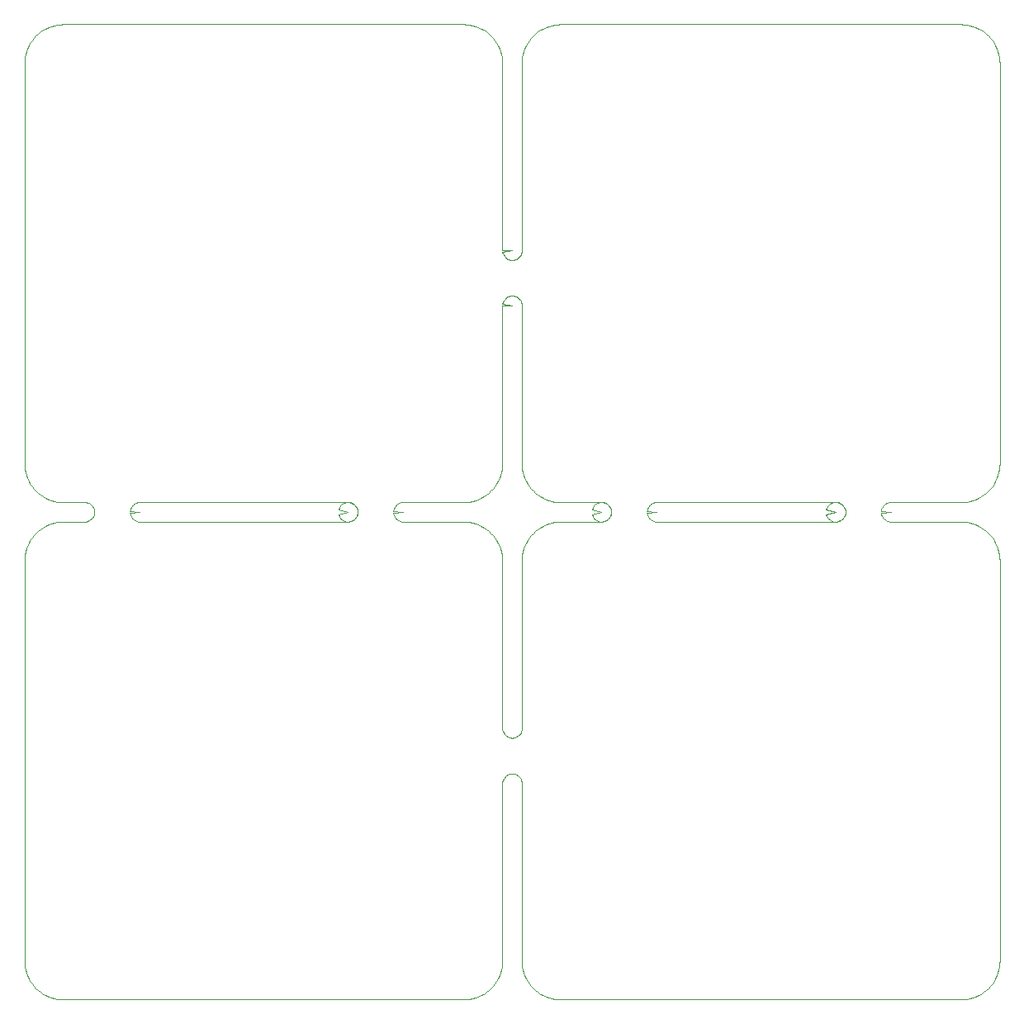
<source format=gko>
%MOIN*%
%OFA0B0*%
%FSLAX36Y36*%
%IPPOS*%
%LPD*%
%ADD10C,0*%
D10*
X002552300Y001929133D02*
X002552300Y001929133D01*
X002549211Y001929255D01*
X002546141Y001929618D01*
X002543109Y001930221D01*
X002540134Y001931060D01*
X002537234Y001932130D01*
X002534426Y001933424D01*
X002531729Y001934935D01*
X002529159Y001936652D01*
X002526731Y001938566D01*
X002524461Y001940665D01*
X002522363Y001942935D01*
X002520449Y001945362D01*
X002518731Y001947933D01*
X002517221Y001950630D01*
X002515927Y001953437D01*
X002514857Y001956337D01*
X002514018Y001959313D01*
X002513414Y001962345D01*
X002513051Y001965414D01*
X002552300Y001968503D01*
X002513051Y001971592D01*
X002513414Y001974662D01*
X002514018Y001977694D01*
X002514857Y001980669D01*
X002515927Y001983570D01*
X002517221Y001986377D01*
X002518731Y001989074D01*
X002520449Y001991645D01*
X002522363Y001994072D01*
X002524461Y001996342D01*
X002526731Y001998441D01*
X002529159Y002000354D01*
X002531729Y002002072D01*
X002534426Y002003582D01*
X002537234Y002004877D01*
X002540134Y002005947D01*
X002543109Y002006786D01*
X002546141Y002007389D01*
X002549211Y002007752D01*
X002552300Y002007874D01*
X003274471Y002007874D01*
X003283662Y002006786D01*
X003292345Y002003582D01*
X003300040Y001998441D01*
X003306322Y001991645D01*
X003310844Y001983570D01*
X003313356Y001974662D01*
X003313720Y001965414D01*
X003311914Y001956337D01*
X003308039Y001947933D01*
X003302310Y001940665D01*
X003295042Y001934935D01*
X003286637Y001931060D01*
X003277560Y001929255D01*
X003268312Y001929618D01*
X003259405Y001932130D01*
X003251330Y001936652D01*
X003244534Y001942935D01*
X003239392Y001950630D01*
X003236189Y001959313D01*
X003274471Y001968503D01*
X003236189Y001977694D01*
X003239392Y001986377D01*
X003244534Y001994072D01*
X003251330Y002000354D01*
X003259405Y002004877D01*
X003268312Y002007389D01*
X003277560Y002007752D01*
X003286637Y002005947D01*
X003295042Y002002072D01*
X003302310Y001996342D01*
X003308039Y001989074D01*
X003311914Y001980669D01*
X003313720Y001971592D01*
X003313356Y001962345D01*
X003310844Y001953437D01*
X003306322Y001945362D01*
X003300040Y001938566D01*
X003292345Y001933424D01*
X003283662Y001930221D01*
X003274471Y001929133D01*
X002552300Y001929133D01*
X002329589Y002007874D02*
X002329589Y002007874D01*
X002338780Y002006786D01*
X002347463Y002003582D01*
X002355158Y001998441D01*
X002361440Y001991645D01*
X002365962Y001983570D01*
X002368474Y001974662D01*
X002368838Y001965414D01*
X002367032Y001956337D01*
X002363157Y001947933D01*
X002357428Y001940665D01*
X002350160Y001934935D01*
X002341755Y001931060D01*
X002332678Y001929255D01*
X002323430Y001929618D01*
X002314523Y001932130D01*
X002306448Y001936652D01*
X002299652Y001942935D01*
X002294510Y001950630D01*
X002291307Y001959313D01*
X002329589Y001968503D01*
X002291307Y001977694D01*
X002294510Y001986377D01*
X002299652Y001994072D01*
X002306448Y002000354D01*
X002314523Y002004877D01*
X002323430Y002007389D01*
X002332678Y002007752D01*
X002341755Y002005947D01*
X002350160Y002002072D01*
X002357428Y001996342D01*
X002363157Y001989074D01*
X002367032Y001980669D01*
X002368838Y001971592D01*
X002368474Y001962345D01*
X002365962Y001953437D01*
X002361440Y001945362D01*
X002355158Y001938566D01*
X002347463Y001933424D01*
X002338780Y001930221D01*
X002329589Y001929133D01*
X002165354Y001929133D01*
X002152998Y001928648D01*
X002140718Y001927195D01*
X002128590Y001924782D01*
X002116690Y001921426D01*
X002105088Y001917146D01*
X002093859Y001911969D01*
X002083070Y001905927D01*
X002072789Y001899057D01*
X002063078Y001891402D01*
X002053998Y001883009D01*
X002045605Y001873929D01*
X002037950Y001864218D01*
X002031079Y001853937D01*
X002025038Y001843148D01*
X002019861Y001831918D01*
X002015581Y001820317D01*
X002012225Y001808416D01*
X002009812Y001796288D01*
X002008359Y001784009D01*
X002007874Y001771653D01*
X002007874Y001095607D01*
X002007874Y001095607D01*
X002007389Y001089448D01*
X002005947Y001083441D01*
X002003582Y001077733D01*
X002000354Y001072466D01*
X001996342Y001067768D01*
X001991645Y001063756D01*
X001986377Y001060528D01*
X001980669Y001058164D01*
X001974662Y001056721D01*
X001968503Y001056237D01*
X001962345Y001056721D01*
X001956337Y001058164D01*
X001950630Y001060528D01*
X001945362Y001063756D01*
X001940665Y001067768D01*
X001936652Y001072466D01*
X001933424Y001077733D01*
X001931060Y001083441D01*
X001929618Y001089448D01*
X001929133Y001095607D01*
X001929133Y001771653D01*
X001928648Y001784009D01*
X001927194Y001796288D01*
X001924782Y001808416D01*
X001921425Y001820317D01*
X001917146Y001831918D01*
X001911969Y001843148D01*
X001905927Y001853937D01*
X001899057Y001864218D01*
X001891402Y001873929D01*
X001883008Y001883009D01*
X001873928Y001891402D01*
X001864218Y001899057D01*
X001853936Y001905927D01*
X001843148Y001911969D01*
X001831918Y001917146D01*
X001820317Y001921426D01*
X001808416Y001924782D01*
X001796288Y001927195D01*
X001784009Y001928648D01*
X001771653Y001929133D01*
X001528678Y001929133D01*
X001525589Y001929255D01*
X001522519Y001929618D01*
X001519487Y001930221D01*
X001516512Y001931060D01*
X001513611Y001932130D01*
X001510804Y001933424D01*
X001508107Y001934935D01*
X001505537Y001936652D01*
X001503109Y001938566D01*
X001500839Y001940665D01*
X001498740Y001942935D01*
X001496827Y001945362D01*
X001495109Y001947933D01*
X001493599Y001950630D01*
X001492305Y001953437D01*
X001491235Y001956337D01*
X001490395Y001959313D01*
X001489792Y001962345D01*
X001489429Y001965414D01*
X001528678Y001968503D01*
X001489429Y001971592D01*
X001489792Y001974662D01*
X001490395Y001977694D01*
X001491235Y001980669D01*
X001492305Y001983570D01*
X001493599Y001986377D01*
X001495109Y001989074D01*
X001496827Y001991645D01*
X001498740Y001994072D01*
X001500839Y001996342D01*
X001503109Y001998441D01*
X001505537Y002000354D01*
X001508107Y002002072D01*
X001510804Y002003582D01*
X001513611Y002004877D01*
X001516512Y002005947D01*
X001519487Y002006786D01*
X001522519Y002007389D01*
X001525589Y002007752D01*
X001528678Y002007874D01*
X001771653Y002007874D01*
X001784009Y002008359D01*
X001796288Y002009813D01*
X001808416Y002012225D01*
X001820317Y002015581D01*
X001831918Y002019861D01*
X001843148Y002025038D01*
X001853936Y002031080D01*
X001864218Y002037950D01*
X001873928Y002045605D01*
X001883008Y002053999D01*
X001891402Y002063079D01*
X001899057Y002072789D01*
X001905927Y002083071D01*
X001911969Y002093859D01*
X001917146Y002105089D01*
X001921425Y002116690D01*
X001924782Y002128591D01*
X001927194Y002140719D01*
X001928648Y002152998D01*
X001929133Y002165354D01*
X001929133Y002802030D01*
X001968503Y002802030D01*
X001929618Y002808189D01*
X001931060Y002814196D01*
X001933424Y002819904D01*
X001936652Y002825171D01*
X001940665Y002829869D01*
X001945362Y002833881D01*
X001950630Y002837109D01*
X001956337Y002839473D01*
X001962345Y002840915D01*
X001968503Y002841400D01*
X001974662Y002840915D01*
X001980669Y002839473D01*
X001986377Y002837109D01*
X001991645Y002833881D01*
X001996342Y002829869D01*
X002000354Y002825171D01*
X002003582Y002819904D01*
X002005947Y002814196D01*
X002007389Y002808189D01*
X002007874Y002802030D01*
X002007874Y002165354D01*
X002008359Y002152998D01*
X002009812Y002140719D01*
X002012225Y002128591D01*
X002015581Y002116690D01*
X002019861Y002105089D01*
X002025038Y002093859D01*
X002031079Y002083071D01*
X002037950Y002072789D01*
X002045605Y002063079D01*
X002053998Y002053999D01*
X002063078Y002045605D01*
X002072789Y002037950D01*
X002083070Y002031080D01*
X002093859Y002025038D01*
X002105088Y002019861D01*
X002116690Y002015581D01*
X002128590Y002012225D01*
X002140718Y002009813D01*
X002152998Y002008359D01*
X002165354Y002007874D01*
X002329589Y002007874D01*
X000465686Y001929133D02*
X000465686Y001929133D01*
X000462597Y001929255D01*
X000459527Y001929618D01*
X000456495Y001930221D01*
X000453520Y001931060D01*
X000450619Y001932130D01*
X000447812Y001933424D01*
X000445115Y001934935D01*
X000442544Y001936652D01*
X000440117Y001938566D01*
X000437847Y001940665D01*
X000435748Y001942935D01*
X000433835Y001945362D01*
X000432117Y001947933D01*
X000430607Y001950630D01*
X000429312Y001953437D01*
X000428242Y001956337D01*
X000427403Y001959313D01*
X000426800Y001962345D01*
X000426437Y001965414D01*
X000465686Y001968503D01*
X000426437Y001971592D01*
X000426800Y001974662D01*
X000427403Y001977694D01*
X000428242Y001980669D01*
X000429312Y001983570D01*
X000430607Y001986377D01*
X000432117Y001989074D01*
X000433835Y001991645D01*
X000435748Y001994072D01*
X000437847Y001996342D01*
X000440117Y001998441D01*
X000442544Y002000354D01*
X000445115Y002002072D01*
X000447812Y002003582D01*
X000450619Y002004877D01*
X000453520Y002005947D01*
X000456495Y002006786D01*
X000459527Y002007389D01*
X000462597Y002007752D01*
X000465686Y002007874D01*
X001305967Y002007874D01*
X001315158Y002006786D01*
X001323841Y002003582D01*
X001331536Y001998441D01*
X001337818Y001991645D01*
X001342340Y001983570D01*
X001344852Y001974662D01*
X001345216Y001965414D01*
X001343410Y001956337D01*
X001339535Y001947933D01*
X001333806Y001940665D01*
X001326538Y001934935D01*
X001318133Y001931060D01*
X001309056Y001929255D01*
X001299808Y001929618D01*
X001290901Y001932130D01*
X001282826Y001936652D01*
X001276030Y001942935D01*
X001270888Y001950630D01*
X001267685Y001959313D01*
X001305967Y001968503D01*
X001267685Y001977694D01*
X001270888Y001986377D01*
X001276030Y001994072D01*
X001282826Y002000354D01*
X001290901Y002004877D01*
X001299808Y002007389D01*
X001309056Y002007752D01*
X001318133Y002005947D01*
X001326538Y002002072D01*
X001333806Y001996342D01*
X001339535Y001989074D01*
X001343410Y001980669D01*
X001345216Y001971592D01*
X001344852Y001962345D01*
X001342340Y001953437D01*
X001337818Y001945362D01*
X001331536Y001938566D01*
X001323841Y001933424D01*
X001315158Y001930221D01*
X001305967Y001929133D01*
X000465686Y001929133D01*
X000242975Y002007874D02*
X000242975Y002007874D01*
X000249134Y002007389D01*
X000255141Y002005947D01*
X000260848Y002003582D01*
X000266116Y002000354D01*
X000270814Y001996342D01*
X000274826Y001991645D01*
X000278054Y001986377D01*
X000280418Y001980669D01*
X000281860Y001974662D01*
X000282345Y001968503D01*
X000281860Y001962345D01*
X000280418Y001956337D01*
X000278054Y001950630D01*
X000274826Y001945362D01*
X000270814Y001940665D01*
X000266116Y001936652D01*
X000260848Y001933424D01*
X000255141Y001931060D01*
X000249134Y001929618D01*
X000242975Y001929133D01*
X000242975Y001929133D01*
X000157480Y001929133D01*
X000145124Y001928648D01*
X000132844Y001927195D01*
X000120716Y001924782D01*
X000108816Y001921426D01*
X000097214Y001917146D01*
X000085985Y001911969D01*
X000075196Y001905927D01*
X000064915Y001899057D01*
X000055204Y001891402D01*
X000046124Y001883009D01*
X000037731Y001873929D01*
X000030075Y001864218D01*
X000023205Y001853937D01*
X000017164Y001843148D01*
X000011987Y001831918D01*
X000007707Y001820317D01*
X000004351Y001808416D01*
X000001938Y001796288D01*
X000000485Y001784009D01*
X000000000Y001771653D01*
X000000000Y000157480D01*
X000000485Y000145124D01*
X000001938Y000132845D01*
X000004351Y000120717D01*
X000007707Y000108816D01*
X000011987Y000097215D01*
X000017164Y000085985D01*
X000023205Y000075197D01*
X000030075Y000064915D01*
X000037731Y000055205D01*
X000046124Y000046125D01*
X000055204Y000037731D01*
X000064915Y000030076D01*
X000075196Y000023206D01*
X000085985Y000017164D01*
X000097214Y000011987D01*
X000108816Y000007707D01*
X000120716Y000004351D01*
X000132844Y000001939D01*
X000145124Y000000485D01*
X000157480Y000000000D01*
X001771653Y000000000D01*
X001784009Y000000485D01*
X001796288Y000001939D01*
X001808416Y000004351D01*
X001820317Y000007707D01*
X001831918Y000011987D01*
X001843148Y000017164D01*
X001853936Y000023206D01*
X001864218Y000030076D01*
X001873928Y000037731D01*
X001883008Y000046125D01*
X001891402Y000055205D01*
X001899057Y000064915D01*
X001905927Y000075197D01*
X001911969Y000085985D01*
X001917146Y000097215D01*
X001921425Y000108816D01*
X001924782Y000120717D01*
X001927194Y000132845D01*
X001928648Y000145124D01*
X001929133Y000157480D01*
X001929133Y000872896D01*
X001929618Y000879055D01*
X001931060Y000885062D01*
X001933424Y000890770D01*
X001936652Y000896037D01*
X001940665Y000900735D01*
X001945362Y000904747D01*
X001950630Y000907975D01*
X001956337Y000910339D01*
X001962345Y000911781D01*
X001968503Y000912266D01*
X001974662Y000911781D01*
X001980669Y000910339D01*
X001986377Y000907975D01*
X001991645Y000904747D01*
X001996342Y000900735D01*
X002000354Y000896037D01*
X002003582Y000890770D01*
X002005947Y000885062D01*
X002007389Y000879055D01*
X002007874Y000872896D01*
X002007874Y000872896D01*
X002007874Y000157480D01*
X002008359Y000145124D01*
X002009812Y000132845D01*
X002012225Y000120717D01*
X002015581Y000108816D01*
X002019861Y000097215D01*
X002025038Y000085985D01*
X002031079Y000075197D01*
X002037950Y000064915D01*
X002045605Y000055205D01*
X002053998Y000046125D01*
X002063078Y000037731D01*
X002072789Y000030076D01*
X002083070Y000023206D01*
X002093859Y000017164D01*
X002105088Y000011987D01*
X002116690Y000007707D01*
X002128590Y000004351D01*
X002140718Y000001939D01*
X002152998Y000000485D01*
X002165354Y000000000D01*
X003779527Y000000000D01*
X003791883Y000000485D01*
X003804162Y000001939D01*
X003816290Y000004351D01*
X003828191Y000007707D01*
X003839792Y000011987D01*
X003851022Y000017164D01*
X003861810Y000023206D01*
X003872092Y000030076D01*
X003881802Y000037731D01*
X003890882Y000046125D01*
X003899276Y000055205D01*
X003906931Y000064915D01*
X003913801Y000075197D01*
X003919843Y000085985D01*
X003925020Y000097215D01*
X003929299Y000108816D01*
X003932656Y000120717D01*
X003935068Y000132845D01*
X003936522Y000145124D01*
X003937007Y000157480D01*
X003937007Y001771653D01*
X003936522Y001784009D01*
X003935068Y001796288D01*
X003932656Y001808416D01*
X003929299Y001820317D01*
X003925020Y001831918D01*
X003919843Y001843148D01*
X003913801Y001853937D01*
X003906931Y001864218D01*
X003899276Y001873929D01*
X003890882Y001883009D01*
X003881802Y001891402D01*
X003872092Y001899057D01*
X003861810Y001905927D01*
X003851022Y001911969D01*
X003839792Y001917146D01*
X003828191Y001921426D01*
X003816290Y001924782D01*
X003804162Y001927195D01*
X003791883Y001928648D01*
X003779527Y001929133D01*
X003497182Y001929133D01*
X003494093Y001929255D01*
X003491023Y001929618D01*
X003487991Y001930221D01*
X003485016Y001931060D01*
X003482115Y001932130D01*
X003479308Y001933424D01*
X003476611Y001934935D01*
X003474041Y001936652D01*
X003471613Y001938566D01*
X003469343Y001940665D01*
X003467244Y001942935D01*
X003465331Y001945362D01*
X003463613Y001947933D01*
X003462103Y001950630D01*
X003460808Y001953437D01*
X003459739Y001956337D01*
X003458899Y001959313D01*
X003458296Y001962345D01*
X003457933Y001965414D01*
X003497182Y001968503D01*
X003457933Y001971592D01*
X003458296Y001974662D01*
X003458899Y001977694D01*
X003459739Y001980669D01*
X003460808Y001983570D01*
X003462103Y001986377D01*
X003463613Y001989074D01*
X003465331Y001991645D01*
X003467244Y001994072D01*
X003469343Y001996342D01*
X003471613Y001998441D01*
X003474041Y002000354D01*
X003476611Y002002072D01*
X003479308Y002003582D01*
X003482115Y002004877D01*
X003485016Y002005947D01*
X003487991Y002006786D01*
X003491023Y002007389D01*
X003494093Y002007752D01*
X003497182Y002007874D01*
X003779527Y002007874D01*
X003791883Y002008359D01*
X003804162Y002009813D01*
X003816290Y002012225D01*
X003828191Y002015581D01*
X003839792Y002019861D01*
X003851022Y002025038D01*
X003861810Y002031080D01*
X003872092Y002037950D01*
X003881802Y002045605D01*
X003890882Y002053999D01*
X003899276Y002063079D01*
X003906931Y002072789D01*
X003913801Y002083071D01*
X003919843Y002093859D01*
X003925020Y002105089D01*
X003929299Y002116690D01*
X003932656Y002128591D01*
X003935068Y002140719D01*
X003936522Y002152998D01*
X003937007Y002165354D01*
X003937007Y003779527D01*
X003936522Y003791883D01*
X003935068Y003804162D01*
X003932656Y003816290D01*
X003929299Y003828191D01*
X003925020Y003839792D01*
X003919843Y003851022D01*
X003913801Y003861811D01*
X003906931Y003872092D01*
X003899276Y003881803D01*
X003890882Y003890883D01*
X003881802Y003899276D01*
X003872092Y003906931D01*
X003861810Y003913801D01*
X003851022Y003919843D01*
X003839792Y003925020D01*
X003828191Y003929300D01*
X003816290Y003932656D01*
X003804162Y003935069D01*
X003791883Y003936522D01*
X003779527Y003937007D01*
X002165354Y003937007D01*
X002152998Y003936522D01*
X002140718Y003935069D01*
X002128590Y003932656D01*
X002116690Y003929300D01*
X002105088Y003925020D01*
X002093859Y003919843D01*
X002083070Y003913801D01*
X002072789Y003906931D01*
X002063078Y003899276D01*
X002053998Y003890883D01*
X002045605Y003881803D01*
X002037950Y003872092D01*
X002031079Y003861811D01*
X002025038Y003851022D01*
X002019861Y003839792D01*
X002015581Y003828191D01*
X002012225Y003816290D01*
X002009812Y003804162D01*
X002008359Y003791883D01*
X002007874Y003779527D01*
X002007874Y003024741D01*
X002007389Y003018582D01*
X002005947Y003012575D01*
X002003582Y003006867D01*
X002000354Y003001600D01*
X001996342Y002996902D01*
X001991645Y002992890D01*
X001986377Y002989662D01*
X001980669Y002987298D01*
X001974662Y002985855D01*
X001968503Y002985371D01*
X001962345Y002985855D01*
X001956337Y002987298D01*
X001950630Y002989662D01*
X001945362Y002992890D01*
X001940665Y002996902D01*
X001936652Y003001600D01*
X001933424Y003006867D01*
X001931060Y003012575D01*
X001929618Y003018582D01*
X001968503Y003024741D01*
X001929133Y003024741D01*
X001929133Y003779527D01*
X001928648Y003791883D01*
X001927194Y003804162D01*
X001924782Y003816290D01*
X001921425Y003828191D01*
X001917146Y003839792D01*
X001911969Y003851022D01*
X001905927Y003861811D01*
X001899057Y003872092D01*
X001891402Y003881803D01*
X001883008Y003890883D01*
X001873928Y003899276D01*
X001864218Y003906931D01*
X001853936Y003913801D01*
X001843148Y003919843D01*
X001831918Y003925020D01*
X001820317Y003929300D01*
X001808416Y003932656D01*
X001796288Y003935069D01*
X001784009Y003936522D01*
X001771653Y003937007D01*
X000157480Y003937007D01*
X000145124Y003936522D01*
X000132844Y003935069D01*
X000120716Y003932656D01*
X000108816Y003929300D01*
X000097214Y003925020D01*
X000085985Y003919843D01*
X000075196Y003913801D01*
X000064915Y003906931D01*
X000055204Y003899276D01*
X000046124Y003890883D01*
X000037731Y003881803D01*
X000030075Y003872092D01*
X000023205Y003861811D01*
X000017164Y003851022D01*
X000011987Y003839792D01*
X000007707Y003828191D01*
X000004351Y003816290D01*
X000001938Y003804162D01*
X000000485Y003791883D01*
X000000000Y003779527D01*
X000000000Y002165354D01*
X000000485Y002152998D01*
X000001938Y002140719D01*
X000004351Y002128591D01*
X000007707Y002116690D01*
X000011987Y002105089D01*
X000017164Y002093859D01*
X000023205Y002083071D01*
X000030075Y002072789D01*
X000037731Y002063079D01*
X000046124Y002053999D01*
X000055204Y002045605D01*
X000064915Y002037950D01*
X000075196Y002031080D01*
X000085985Y002025038D01*
X000097214Y002019861D01*
X000108816Y002015581D01*
X000120716Y002012225D01*
X000132844Y002009813D01*
X000145124Y002008359D01*
X000157480Y002007874D01*
X000242975Y002007874D01*
M02*
</source>
